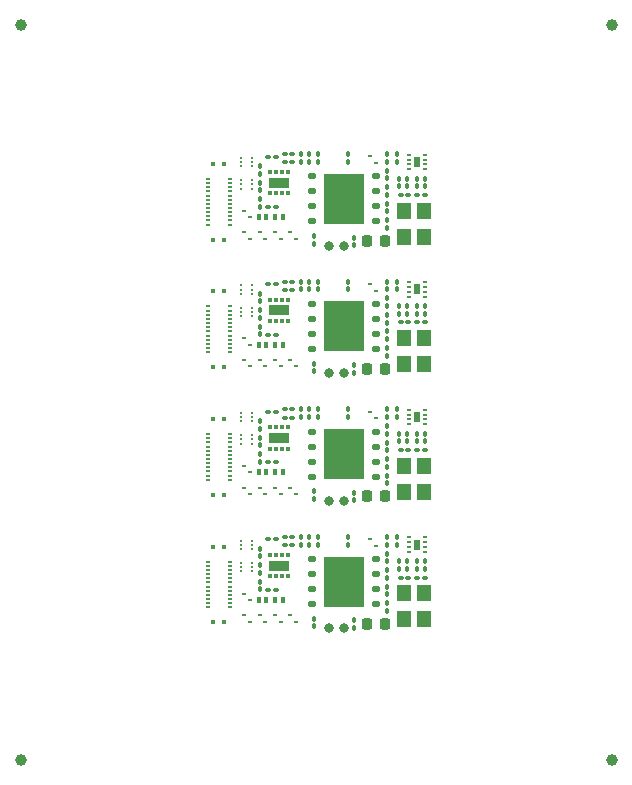
<source format=gbs>
G04 #@! TF.GenerationSoftware,KiCad,Pcbnew,9.0.0*
G04 #@! TF.CreationDate,2025-02-23T10:52:31-05:00*
G04 #@! TF.ProjectId,rp2350-decoder,72703233-3530-42d6-9465-636f6465722e,v0.0.2*
G04 #@! TF.SameCoordinates,Original*
G04 #@! TF.FileFunction,Soldermask,Bot*
G04 #@! TF.FilePolarity,Negative*
%FSLAX46Y46*%
G04 Gerber Fmt 4.6, Leading zero omitted, Abs format (unit mm)*
G04 Created by KiCad (PCBNEW 9.0.0) date 2025-02-23 10:52:31*
%MOMM*%
%LPD*%
G01*
G04 APERTURE LIST*
G04 Aperture macros list*
%AMRoundRect*
0 Rectangle with rounded corners*
0 $1 Rounding radius*
0 $2 $3 $4 $5 $6 $7 $8 $9 X,Y pos of 4 corners*
0 Add a 4 corners polygon primitive as box body*
4,1,4,$2,$3,$4,$5,$6,$7,$8,$9,$2,$3,0*
0 Add four circle primitives for the rounded corners*
1,1,$1+$1,$2,$3*
1,1,$1+$1,$4,$5*
1,1,$1+$1,$6,$7*
1,1,$1+$1,$8,$9*
0 Add four rect primitives between the rounded corners*
20,1,$1+$1,$2,$3,$4,$5,0*
20,1,$1+$1,$4,$5,$6,$7,0*
20,1,$1+$1,$6,$7,$8,$9,0*
20,1,$1+$1,$8,$9,$2,$3,0*%
G04 Aperture macros list end*
%ADD10R,0.280000X0.100000*%
%ADD11R,0.350000X0.150000*%
%ADD12R,0.400000X0.200000*%
%ADD13R,0.500000X0.900000*%
%ADD14RoundRect,0.100000X0.100000X-0.130000X0.100000X0.130000X-0.100000X0.130000X-0.100000X-0.130000X0*%
%ADD15RoundRect,0.100000X-0.100000X0.130000X-0.100000X-0.130000X0.100000X-0.130000X0.100000X0.130000X0*%
%ADD16RoundRect,0.050000X0.050000X0.050000X-0.050000X0.050000X-0.050000X-0.050000X0.050000X-0.050000X0*%
%ADD17RoundRect,0.100000X0.130000X0.100000X-0.130000X0.100000X-0.130000X-0.100000X0.130000X-0.100000X0*%
%ADD18R,1.200000X1.400000*%
%ADD19RoundRect,0.125000X0.250000X0.125000X-0.250000X0.125000X-0.250000X-0.125000X0.250000X-0.125000X0*%
%ADD20R,3.400000X4.300000*%
%ADD21R,0.350000X0.600000*%
%ADD22RoundRect,0.100000X-0.130000X-0.100000X0.130000X-0.100000X0.130000X0.100000X-0.130000X0.100000X0*%
%ADD23R,0.400000X0.180000*%
%ADD24R,0.380000X0.400000*%
%ADD25C,0.800000*%
%ADD26C,1.000000*%
%ADD27RoundRect,0.225000X0.225000X0.250000X-0.225000X0.250000X-0.225000X-0.250000X0.225000X-0.250000X0*%
%ADD28R,0.300000X0.450000*%
%ADD29R,1.700000X0.900000*%
G04 APERTURE END LIST*
D10*
G04 #@! TO.C,Q6*
X29410000Y-21380000D03*
X29410000Y-21680000D03*
D11*
X29380000Y-22000000D03*
D10*
X28870000Y-22080000D03*
X28870000Y-21780000D03*
D11*
X28900000Y-21450000D03*
G04 #@! TD*
D12*
G04 #@! TO.C,U1*
X44250000Y-36475000D03*
X44250000Y-36875000D03*
X44250000Y-37275000D03*
X44250000Y-37675000D03*
X42850000Y-37675000D03*
X42850000Y-37275000D03*
X42850000Y-36875000D03*
X42850000Y-36475000D03*
D13*
X43550000Y-37075000D03*
G04 #@! TD*
D14*
G04 #@! TO.C,C11*
X41009891Y-29077149D03*
X41009891Y-28437149D03*
G04 #@! TD*
D15*
G04 #@! TO.C,R4*
X42700000Y-38500000D03*
X42700000Y-39140000D03*
G04 #@! TD*
D10*
G04 #@! TO.C,Q2*
X29420000Y-19550000D03*
X29420000Y-19850000D03*
D11*
X29390000Y-20170000D03*
D10*
X28880000Y-20250000D03*
X28880000Y-19950000D03*
D11*
X28910000Y-19620000D03*
G04 #@! TD*
D16*
G04 #@! TO.C,Q3*
X29540000Y-17030000D03*
X29540000Y-17380000D03*
X29540000Y-17730000D03*
X28640000Y-17730000D03*
X28640000Y-17380000D03*
X28640000Y-17030000D03*
G04 #@! TD*
D15*
G04 #@! TO.C,R18*
X30240000Y-28040000D03*
X30240000Y-28680000D03*
G04 #@! TD*
D14*
G04 #@! TO.C,C15*
X35110000Y-15480000D03*
X35110000Y-14840000D03*
G04 #@! TD*
G04 #@! TO.C,R15*
X41010000Y-15480000D03*
X41010000Y-14840000D03*
G04 #@! TD*
D15*
G04 #@! TO.C,R1*
X43500000Y-38500000D03*
X43500000Y-39140000D03*
G04 #@! TD*
D16*
G04 #@! TO.C,Q3*
X29540000Y-27830000D03*
X29540000Y-28180000D03*
X29540000Y-28530000D03*
X28640000Y-28530000D03*
X28640000Y-28180000D03*
X28640000Y-27830000D03*
G04 #@! TD*
D17*
G04 #@! TO.C,R17*
X31590000Y-30110000D03*
X30950000Y-30110000D03*
G04 #@! TD*
D18*
G04 #@! TO.C,Y1*
X42440000Y-32600000D03*
X42440000Y-30400000D03*
X44140000Y-30400000D03*
X44140000Y-32600000D03*
G04 #@! TD*
D17*
G04 #@! TO.C,R5*
X42810000Y-50670000D03*
X42170000Y-50670000D03*
G04 #@! TD*
D14*
G04 #@! TO.C,C3*
X34410000Y-37080000D03*
X34410000Y-36440000D03*
G04 #@! TD*
D10*
G04 #@! TO.C,Q1*
X40089896Y-14950000D03*
X40089896Y-15250000D03*
D11*
X40059896Y-15570000D03*
D10*
X39549896Y-15650000D03*
X39549896Y-15350000D03*
D11*
X39579896Y-15020000D03*
G04 #@! TD*
D14*
G04 #@! TO.C,C6*
X41010000Y-30470000D03*
X41010000Y-29830000D03*
G04 #@! TD*
D15*
G04 #@! TO.C,R18*
X30240000Y-38840000D03*
X30240000Y-39480000D03*
G04 #@! TD*
D14*
G04 #@! TO.C,C6*
X41010000Y-41270000D03*
X41010000Y-40630000D03*
G04 #@! TD*
D16*
G04 #@! TO.C,Q4*
X29520000Y-47540000D03*
X29520000Y-47890000D03*
X29520000Y-48240000D03*
X28620000Y-48240000D03*
X28620000Y-47890000D03*
X28620000Y-47540000D03*
G04 #@! TD*
D19*
G04 #@! TO.C,U3*
X40030000Y-49105000D03*
X40030000Y-50375000D03*
X40030000Y-51645000D03*
X40030000Y-52915000D03*
X34630000Y-52915000D03*
X34630000Y-51645000D03*
X34630000Y-50375000D03*
X34630000Y-49105000D03*
D20*
X37330000Y-51010000D03*
G04 #@! TD*
D19*
G04 #@! TO.C,U3*
X40030000Y-16705000D03*
X40030000Y-17975000D03*
X40030000Y-19245000D03*
X40030000Y-20515000D03*
X34630000Y-20515000D03*
X34630000Y-19245000D03*
X34630000Y-17975000D03*
X34630000Y-16705000D03*
D20*
X37330000Y-18610000D03*
G04 #@! TD*
D10*
G04 #@! TO.C,Q1*
X40089896Y-36550000D03*
X40089896Y-36850000D03*
D11*
X40059896Y-37170000D03*
D10*
X39549896Y-37250000D03*
X39549896Y-36950000D03*
D11*
X39579896Y-36620000D03*
G04 #@! TD*
D10*
G04 #@! TO.C,Q1*
X40089896Y-47350000D03*
X40089896Y-47650000D03*
D11*
X40059896Y-47970000D03*
D10*
X39549896Y-48050000D03*
X39549896Y-47750000D03*
D11*
X39579896Y-47420000D03*
G04 #@! TD*
D21*
G04 #@! TO.C,D5*
X31525000Y-20170000D03*
X32175000Y-20170000D03*
G04 #@! TD*
D15*
G04 #@! TO.C,R6*
X41010000Y-16240000D03*
X41010000Y-16880000D03*
G04 #@! TD*
D22*
G04 #@! TO.C,R12*
X30940000Y-25840000D03*
X31580000Y-25840000D03*
G04 #@! TD*
D17*
G04 #@! TO.C,R17*
X31590000Y-51710000D03*
X30950000Y-51710000D03*
G04 #@! TD*
D15*
G04 #@! TO.C,R19*
X30240000Y-37440000D03*
X30240000Y-38080000D03*
G04 #@! TD*
D23*
G04 #@! TO.C,J3*
X27700000Y-38520000D03*
X27700000Y-38870000D03*
X27700000Y-39230000D03*
X27700000Y-39580000D03*
X27700000Y-39930000D03*
X27700000Y-40280000D03*
X27700000Y-40630000D03*
X27700000Y-40980000D03*
X27700000Y-41330000D03*
X27700000Y-41680000D03*
X27700000Y-42030000D03*
X27700000Y-42380000D03*
X25800000Y-42380000D03*
X25800000Y-42030000D03*
X25800000Y-41680000D03*
X25800000Y-41330000D03*
X25800000Y-40980000D03*
X25800000Y-40630000D03*
X25800000Y-40280000D03*
X25800000Y-39930000D03*
X25800000Y-39580000D03*
X25800000Y-39230000D03*
X25800000Y-38870000D03*
X25800000Y-38520000D03*
D24*
X27230000Y-37250000D03*
X26270000Y-37250000D03*
X27230000Y-43660000D03*
X26270000Y-43660000D03*
G04 #@! TD*
D15*
G04 #@! TO.C,C5*
X41010000Y-52830000D03*
X41010000Y-53470000D03*
G04 #@! TD*
G04 #@! TO.C,R19*
X30240000Y-26640000D03*
X30240000Y-27280000D03*
G04 #@! TD*
D14*
G04 #@! TO.C,C6*
X41010000Y-19670000D03*
X41010000Y-19030000D03*
G04 #@! TD*
G04 #@! TO.C,C12*
X37650000Y-15480000D03*
X37650000Y-14840000D03*
G04 #@! TD*
G04 #@! TO.C,R16*
X30220000Y-40880000D03*
X30220000Y-40240000D03*
G04 #@! TD*
D15*
G04 #@! TO.C,R1*
X43500000Y-27700000D03*
X43500000Y-28340000D03*
G04 #@! TD*
D25*
G04 #@! TO.C,J2*
X37330000Y-44180000D03*
G04 #@! TD*
D16*
G04 #@! TO.C,Q4*
X29520000Y-15140000D03*
X29520000Y-15490000D03*
X29520000Y-15840000D03*
X28620000Y-15840000D03*
X28620000Y-15490000D03*
X28620000Y-15140000D03*
G04 #@! TD*
G04 #@! TO.C,Q4*
X29520000Y-25940000D03*
X29520000Y-26290000D03*
X29520000Y-26640000D03*
X28620000Y-26640000D03*
X28620000Y-26290000D03*
X28620000Y-25940000D03*
G04 #@! TD*
D26*
G04 #@! TO.C,KiKit_FID_B_1*
X10000000Y-3850000D03*
G04 #@! TD*
D15*
G04 #@! TO.C,R19*
X30240000Y-48240000D03*
X30240000Y-48880000D03*
G04 #@! TD*
D10*
G04 #@! TO.C,Q6*
X29410000Y-53780000D03*
X29410000Y-54080000D03*
D11*
X29380000Y-54400000D03*
D10*
X28870000Y-54480000D03*
X28870000Y-54180000D03*
D11*
X28900000Y-53850000D03*
G04 #@! TD*
D14*
G04 #@! TO.C,C12*
X37650000Y-47880000D03*
X37650000Y-47240000D03*
G04 #@! TD*
D21*
G04 #@! TO.C,D6*
X30775000Y-30970000D03*
X30125000Y-30970000D03*
G04 #@! TD*
D27*
G04 #@! TO.C,C2*
X40825000Y-22200000D03*
X39275000Y-22200000D03*
G04 #@! TD*
D16*
G04 #@! TO.C,Q3*
X29540000Y-38630000D03*
X29540000Y-38980000D03*
X29540000Y-39330000D03*
X28640000Y-39330000D03*
X28640000Y-38980000D03*
X28640000Y-38630000D03*
G04 #@! TD*
D27*
G04 #@! TO.C,C2*
X40825000Y-54600000D03*
X39275000Y-54600000D03*
G04 #@! TD*
D10*
G04 #@! TO.C,Q7*
X32010000Y-21380000D03*
X32010000Y-21680000D03*
D11*
X31980000Y-22000000D03*
D10*
X31470000Y-22080000D03*
X31470000Y-21780000D03*
D11*
X31500000Y-21450000D03*
G04 #@! TD*
D15*
G04 #@! TO.C,R8*
X33710000Y-14840000D03*
X33710000Y-15480000D03*
G04 #@! TD*
D10*
G04 #@! TO.C,Q2*
X29420000Y-51950000D03*
X29420000Y-52250000D03*
D11*
X29390000Y-52570000D03*
D10*
X28880000Y-52650000D03*
X28880000Y-52350000D03*
D11*
X28910000Y-52020000D03*
G04 #@! TD*
D15*
G04 #@! TO.C,C1*
X41830000Y-36440000D03*
X41830000Y-37080000D03*
G04 #@! TD*
D12*
G04 #@! TO.C,U1*
X44250000Y-25675000D03*
X44250000Y-26075000D03*
X44250000Y-26475000D03*
X44250000Y-26875000D03*
X42850000Y-26875000D03*
X42850000Y-26475000D03*
X42850000Y-26075000D03*
X42850000Y-25675000D03*
D13*
X43550000Y-26275000D03*
G04 #@! TD*
D14*
G04 #@! TO.C,R16*
X30220000Y-30080000D03*
X30220000Y-29440000D03*
G04 #@! TD*
D15*
G04 #@! TO.C,C16*
X38220000Y-21880000D03*
X38220000Y-22520000D03*
G04 #@! TD*
D25*
G04 #@! TO.C,J1*
X36050000Y-22580000D03*
G04 #@! TD*
D19*
G04 #@! TO.C,U3*
X40030000Y-38305000D03*
X40030000Y-39575000D03*
X40030000Y-40845000D03*
X40030000Y-42115000D03*
X34630000Y-42115000D03*
X34630000Y-40845000D03*
X34630000Y-39575000D03*
X34630000Y-38305000D03*
D20*
X37330000Y-40210000D03*
G04 #@! TD*
D26*
G04 #@! TO.C,KiKit_FID_B_2*
X60000000Y-3850000D03*
G04 #@! TD*
D15*
G04 #@! TO.C,C16*
X38220000Y-32680000D03*
X38220000Y-33320000D03*
G04 #@! TD*
G04 #@! TO.C,R2*
X44230000Y-38500000D03*
X44230000Y-39140000D03*
G04 #@! TD*
D21*
G04 #@! TO.C,D5*
X31525000Y-41770000D03*
X32175000Y-41770000D03*
G04 #@! TD*
D14*
G04 #@! TO.C,C15*
X35110000Y-47880000D03*
X35110000Y-47240000D03*
G04 #@! TD*
D10*
G04 #@! TO.C,Q8*
X33310000Y-32180000D03*
X33310000Y-32480000D03*
D11*
X33280000Y-32800000D03*
D10*
X32770000Y-32880000D03*
X32770000Y-32580000D03*
D11*
X32800000Y-32250000D03*
G04 #@! TD*
D15*
G04 #@! TO.C,R19*
X30240000Y-15840000D03*
X30240000Y-16480000D03*
G04 #@! TD*
G04 #@! TO.C,C5*
X41010000Y-20430000D03*
X41010000Y-21070000D03*
G04 #@! TD*
D10*
G04 #@! TO.C,Q5*
X30710000Y-21380000D03*
X30710000Y-21680000D03*
D11*
X30680000Y-22000000D03*
D10*
X30170000Y-22080000D03*
X30170000Y-21780000D03*
D11*
X30200000Y-21450000D03*
G04 #@! TD*
D10*
G04 #@! TO.C,Q2*
X29420000Y-30350000D03*
X29420000Y-30650000D03*
D11*
X29390000Y-30970000D03*
D10*
X28880000Y-31050000D03*
X28880000Y-30750000D03*
D11*
X28910000Y-30420000D03*
G04 #@! TD*
D15*
G04 #@! TO.C,R8*
X33710000Y-36440000D03*
X33710000Y-37080000D03*
G04 #@! TD*
D17*
G04 #@! TO.C,R17*
X31590000Y-40910000D03*
X30950000Y-40910000D03*
G04 #@! TD*
D10*
G04 #@! TO.C,Q5*
X30710000Y-32180000D03*
X30710000Y-32480000D03*
D11*
X30680000Y-32800000D03*
D10*
X30170000Y-32880000D03*
X30170000Y-32580000D03*
D11*
X30200000Y-32250000D03*
G04 #@! TD*
D17*
G04 #@! TO.C,C4*
X44210000Y-50670000D03*
X43570000Y-50670000D03*
G04 #@! TD*
D26*
G04 #@! TO.C,KiKit_FID_B_3*
X10000000Y-66150000D03*
G04 #@! TD*
D14*
G04 #@! TO.C,C13*
X34780000Y-22390000D03*
X34780000Y-21750000D03*
G04 #@! TD*
G04 #@! TO.C,C3*
X34410000Y-26280000D03*
X34410000Y-25640000D03*
G04 #@! TD*
D17*
G04 #@! TO.C,R7*
X32980000Y-36420000D03*
X32340000Y-36420000D03*
G04 #@! TD*
D15*
G04 #@! TO.C,C1*
X41830000Y-47240000D03*
X41830000Y-47880000D03*
G04 #@! TD*
G04 #@! TO.C,R18*
X30240000Y-17240000D03*
X30240000Y-17880000D03*
G04 #@! TD*
D28*
G04 #@! TO.C,U6*
X32590000Y-50550000D03*
X32090000Y-50550000D03*
X31590000Y-50550000D03*
X31090000Y-50550000D03*
X31090000Y-48750000D03*
X31590000Y-48750000D03*
X32090000Y-48750000D03*
X32590000Y-48750000D03*
D29*
X31840000Y-49650000D03*
G04 #@! TD*
D17*
G04 #@! TO.C,C4*
X44210000Y-18270000D03*
X43570000Y-18270000D03*
G04 #@! TD*
D14*
G04 #@! TO.C,C13*
X34780000Y-33190000D03*
X34780000Y-32550000D03*
G04 #@! TD*
D25*
G04 #@! TO.C,J1*
X36050000Y-54980000D03*
G04 #@! TD*
D22*
G04 #@! TO.C,R12*
X30940000Y-47440000D03*
X31580000Y-47440000D03*
G04 #@! TD*
D16*
G04 #@! TO.C,Q4*
X29520000Y-36740000D03*
X29520000Y-37090000D03*
X29520000Y-37440000D03*
X28620000Y-37440000D03*
X28620000Y-37090000D03*
X28620000Y-36740000D03*
G04 #@! TD*
D17*
G04 #@! TO.C,R5*
X42810000Y-18270000D03*
X42170000Y-18270000D03*
G04 #@! TD*
D27*
G04 #@! TO.C,C2*
X40825000Y-43800000D03*
X39275000Y-43800000D03*
G04 #@! TD*
D17*
G04 #@! TO.C,C4*
X44210000Y-29070000D03*
X43570000Y-29070000D03*
G04 #@! TD*
D14*
G04 #@! TO.C,C13*
X34780000Y-43990000D03*
X34780000Y-43350000D03*
G04 #@! TD*
D17*
G04 #@! TO.C,R5*
X42810000Y-29070000D03*
X42170000Y-29070000D03*
G04 #@! TD*
D21*
G04 #@! TO.C,D5*
X31525000Y-52570000D03*
X32175000Y-52570000D03*
G04 #@! TD*
D15*
G04 #@! TO.C,R1*
X43500000Y-49300000D03*
X43500000Y-49940000D03*
G04 #@! TD*
D21*
G04 #@! TO.C,D6*
X30775000Y-20170000D03*
X30125000Y-20170000D03*
G04 #@! TD*
D25*
G04 #@! TO.C,J2*
X37330000Y-54980000D03*
G04 #@! TD*
D18*
G04 #@! TO.C,Y1*
X42440000Y-43400000D03*
X42440000Y-41200000D03*
X44140000Y-41200000D03*
X44140000Y-43400000D03*
G04 #@! TD*
D12*
G04 #@! TO.C,U1*
X44250000Y-47275000D03*
X44250000Y-47675000D03*
X44250000Y-48075000D03*
X44250000Y-48475000D03*
X42850000Y-48475000D03*
X42850000Y-48075000D03*
X42850000Y-47675000D03*
X42850000Y-47275000D03*
D13*
X43550000Y-47875000D03*
G04 #@! TD*
D15*
G04 #@! TO.C,R3*
X41980000Y-49300000D03*
X41980000Y-49940000D03*
G04 #@! TD*
D10*
G04 #@! TO.C,Q8*
X33310000Y-21380000D03*
X33310000Y-21680000D03*
D11*
X33280000Y-22000000D03*
D10*
X32770000Y-22080000D03*
X32770000Y-21780000D03*
D11*
X32800000Y-21450000D03*
G04 #@! TD*
D15*
G04 #@! TO.C,C16*
X38220000Y-43480000D03*
X38220000Y-44120000D03*
G04 #@! TD*
D28*
G04 #@! TO.C,U6*
X32590000Y-39750000D03*
X32090000Y-39750000D03*
X31590000Y-39750000D03*
X31090000Y-39750000D03*
X31090000Y-37950000D03*
X31590000Y-37950000D03*
X32090000Y-37950000D03*
X32590000Y-37950000D03*
D29*
X31840000Y-38850000D03*
G04 #@! TD*
D15*
G04 #@! TO.C,R18*
X30240000Y-49640000D03*
X30240000Y-50280000D03*
G04 #@! TD*
D28*
G04 #@! TO.C,U6*
X32590000Y-18150000D03*
X32090000Y-18150000D03*
X31590000Y-18150000D03*
X31090000Y-18150000D03*
X31090000Y-16350000D03*
X31590000Y-16350000D03*
X32090000Y-16350000D03*
X32590000Y-16350000D03*
D29*
X31840000Y-17250000D03*
G04 #@! TD*
D10*
G04 #@! TO.C,Q7*
X32010000Y-32180000D03*
X32010000Y-32480000D03*
D11*
X31980000Y-32800000D03*
D10*
X31470000Y-32880000D03*
X31470000Y-32580000D03*
D11*
X31500000Y-32250000D03*
G04 #@! TD*
D26*
G04 #@! TO.C,KiKit_FID_B_4*
X60000000Y-66150000D03*
G04 #@! TD*
D10*
G04 #@! TO.C,Q1*
X40089896Y-25750000D03*
X40089896Y-26050000D03*
D11*
X40059896Y-26370000D03*
D10*
X39549896Y-26450000D03*
X39549896Y-26150000D03*
D11*
X39579896Y-25820000D03*
G04 #@! TD*
D10*
G04 #@! TO.C,Q6*
X29410000Y-32180000D03*
X29410000Y-32480000D03*
D11*
X29380000Y-32800000D03*
D10*
X28870000Y-32880000D03*
X28870000Y-32580000D03*
D11*
X28900000Y-32250000D03*
G04 #@! TD*
D22*
G04 #@! TO.C,R12*
X30940000Y-36640000D03*
X31580000Y-36640000D03*
G04 #@! TD*
D14*
G04 #@! TO.C,C3*
X34410000Y-15480000D03*
X34410000Y-14840000D03*
G04 #@! TD*
G04 #@! TO.C,C11*
X41009891Y-18277149D03*
X41009891Y-17637149D03*
G04 #@! TD*
D15*
G04 #@! TO.C,R3*
X41980000Y-16900000D03*
X41980000Y-17540000D03*
G04 #@! TD*
D25*
G04 #@! TO.C,J2*
X37330000Y-33380000D03*
G04 #@! TD*
D14*
G04 #@! TO.C,R15*
X41010000Y-26280000D03*
X41010000Y-25640000D03*
G04 #@! TD*
D19*
G04 #@! TO.C,U3*
X40030000Y-27505000D03*
X40030000Y-28775000D03*
X40030000Y-30045000D03*
X40030000Y-31315000D03*
X34630000Y-31315000D03*
X34630000Y-30045000D03*
X34630000Y-28775000D03*
X34630000Y-27505000D03*
D20*
X37330000Y-29410000D03*
G04 #@! TD*
D17*
G04 #@! TO.C,R17*
X31590000Y-19310000D03*
X30950000Y-19310000D03*
G04 #@! TD*
D23*
G04 #@! TO.C,J3*
X27700000Y-49320000D03*
X27700000Y-49670000D03*
X27700000Y-50030000D03*
X27700000Y-50380000D03*
X27700000Y-50730000D03*
X27700000Y-51080000D03*
X27700000Y-51430000D03*
X27700000Y-51780000D03*
X27700000Y-52130000D03*
X27700000Y-52480000D03*
X27700000Y-52830000D03*
X27700000Y-53180000D03*
X25800000Y-53180000D03*
X25800000Y-52830000D03*
X25800000Y-52480000D03*
X25800000Y-52130000D03*
X25800000Y-51780000D03*
X25800000Y-51430000D03*
X25800000Y-51080000D03*
X25800000Y-50730000D03*
X25800000Y-50380000D03*
X25800000Y-50030000D03*
X25800000Y-49670000D03*
X25800000Y-49320000D03*
D24*
X27230000Y-48050000D03*
X26270000Y-48050000D03*
X27230000Y-54460000D03*
X26270000Y-54460000D03*
G04 #@! TD*
D15*
G04 #@! TO.C,C5*
X41010000Y-31230000D03*
X41010000Y-31870000D03*
G04 #@! TD*
D14*
G04 #@! TO.C,C15*
X35110000Y-37080000D03*
X35110000Y-36440000D03*
G04 #@! TD*
D10*
G04 #@! TO.C,Q8*
X33310000Y-42980000D03*
X33310000Y-43280000D03*
D11*
X33280000Y-43600000D03*
D10*
X32770000Y-43680000D03*
X32770000Y-43380000D03*
D11*
X32800000Y-43050000D03*
G04 #@! TD*
D17*
G04 #@! TO.C,R7*
X32980000Y-47220000D03*
X32340000Y-47220000D03*
G04 #@! TD*
G04 #@! TO.C,R7*
X32980000Y-14820000D03*
X32340000Y-14820000D03*
G04 #@! TD*
D23*
G04 #@! TO.C,J3*
X27700000Y-27720000D03*
X27700000Y-28070000D03*
X27700000Y-28430000D03*
X27700000Y-28780000D03*
X27700000Y-29130000D03*
X27700000Y-29480000D03*
X27700000Y-29830000D03*
X27700000Y-30180000D03*
X27700000Y-30530000D03*
X27700000Y-30880000D03*
X27700000Y-31230000D03*
X27700000Y-31580000D03*
X25800000Y-31580000D03*
X25800000Y-31230000D03*
X25800000Y-30880000D03*
X25800000Y-30530000D03*
X25800000Y-30180000D03*
X25800000Y-29830000D03*
X25800000Y-29480000D03*
X25800000Y-29130000D03*
X25800000Y-28780000D03*
X25800000Y-28430000D03*
X25800000Y-28070000D03*
X25800000Y-27720000D03*
D24*
X27230000Y-26450000D03*
X26270000Y-26450000D03*
X27230000Y-32860000D03*
X26270000Y-32860000D03*
G04 #@! TD*
D10*
G04 #@! TO.C,Q5*
X30710000Y-53780000D03*
X30710000Y-54080000D03*
D11*
X30680000Y-54400000D03*
D10*
X30170000Y-54480000D03*
X30170000Y-54180000D03*
D11*
X30200000Y-53850000D03*
G04 #@! TD*
D15*
G04 #@! TO.C,R3*
X41980000Y-38500000D03*
X41980000Y-39140000D03*
G04 #@! TD*
D14*
G04 #@! TO.C,R16*
X30220000Y-51680000D03*
X30220000Y-51040000D03*
G04 #@! TD*
G04 #@! TO.C,C11*
X41009891Y-50677149D03*
X41009891Y-50037149D03*
G04 #@! TD*
D16*
G04 #@! TO.C,Q3*
X29540000Y-49430000D03*
X29540000Y-49780000D03*
X29540000Y-50130000D03*
X28640000Y-50130000D03*
X28640000Y-49780000D03*
X28640000Y-49430000D03*
G04 #@! TD*
D21*
G04 #@! TO.C,D6*
X30775000Y-52570000D03*
X30125000Y-52570000D03*
G04 #@! TD*
D15*
G04 #@! TO.C,R4*
X42700000Y-27700000D03*
X42700000Y-28340000D03*
G04 #@! TD*
D10*
G04 #@! TO.C,Q8*
X33310000Y-53780000D03*
X33310000Y-54080000D03*
D11*
X33280000Y-54400000D03*
D10*
X32770000Y-54480000D03*
X32770000Y-54180000D03*
D11*
X32800000Y-53850000D03*
G04 #@! TD*
D10*
G04 #@! TO.C,Q6*
X29410000Y-42980000D03*
X29410000Y-43280000D03*
D11*
X29380000Y-43600000D03*
D10*
X28870000Y-43680000D03*
X28870000Y-43380000D03*
D11*
X28900000Y-43050000D03*
G04 #@! TD*
D15*
G04 #@! TO.C,R3*
X41980000Y-27700000D03*
X41980000Y-28340000D03*
G04 #@! TD*
D28*
G04 #@! TO.C,U6*
X32590000Y-28950000D03*
X32090000Y-28950000D03*
X31590000Y-28950000D03*
X31090000Y-28950000D03*
X31090000Y-27150000D03*
X31590000Y-27150000D03*
X32090000Y-27150000D03*
X32590000Y-27150000D03*
D29*
X31840000Y-28050000D03*
G04 #@! TD*
D15*
G04 #@! TO.C,C1*
X41830000Y-25640000D03*
X41830000Y-26280000D03*
G04 #@! TD*
G04 #@! TO.C,R4*
X42700000Y-49300000D03*
X42700000Y-49940000D03*
G04 #@! TD*
G04 #@! TO.C,R2*
X44230000Y-27700000D03*
X44230000Y-28340000D03*
G04 #@! TD*
D17*
G04 #@! TO.C,R7*
X32980000Y-25620000D03*
X32340000Y-25620000D03*
G04 #@! TD*
D15*
G04 #@! TO.C,R6*
X41010000Y-37840000D03*
X41010000Y-38480000D03*
G04 #@! TD*
D17*
G04 #@! TO.C,C20*
X32980000Y-47920000D03*
X32340000Y-47920000D03*
G04 #@! TD*
D14*
G04 #@! TO.C,C12*
X37650000Y-37080000D03*
X37650000Y-36440000D03*
G04 #@! TD*
D15*
G04 #@! TO.C,C1*
X41830000Y-14840000D03*
X41830000Y-15480000D03*
G04 #@! TD*
D21*
G04 #@! TO.C,D6*
X30775000Y-41770000D03*
X30125000Y-41770000D03*
G04 #@! TD*
G04 #@! TO.C,D5*
X31525000Y-30970000D03*
X32175000Y-30970000D03*
G04 #@! TD*
D15*
G04 #@! TO.C,R2*
X44230000Y-49300000D03*
X44230000Y-49940000D03*
G04 #@! TD*
D23*
G04 #@! TO.C,J3*
X27700000Y-16920000D03*
X27700000Y-17270000D03*
X27700000Y-17630000D03*
X27700000Y-17980000D03*
X27700000Y-18330000D03*
X27700000Y-18680000D03*
X27700000Y-19030000D03*
X27700000Y-19380000D03*
X27700000Y-19730000D03*
X27700000Y-20080000D03*
X27700000Y-20430000D03*
X27700000Y-20780000D03*
X25800000Y-20780000D03*
X25800000Y-20430000D03*
X25800000Y-20080000D03*
X25800000Y-19730000D03*
X25800000Y-19380000D03*
X25800000Y-19030000D03*
X25800000Y-18680000D03*
X25800000Y-18330000D03*
X25800000Y-17980000D03*
X25800000Y-17630000D03*
X25800000Y-17270000D03*
X25800000Y-16920000D03*
D24*
X27230000Y-15650000D03*
X26270000Y-15650000D03*
X27230000Y-22060000D03*
X26270000Y-22060000D03*
G04 #@! TD*
D25*
G04 #@! TO.C,J1*
X36050000Y-33380000D03*
G04 #@! TD*
D15*
G04 #@! TO.C,R4*
X42700000Y-16900000D03*
X42700000Y-17540000D03*
G04 #@! TD*
D17*
G04 #@! TO.C,C20*
X32980000Y-37120000D03*
X32340000Y-37120000D03*
G04 #@! TD*
D14*
G04 #@! TO.C,R16*
X30220000Y-19280000D03*
X30220000Y-18640000D03*
G04 #@! TD*
D17*
G04 #@! TO.C,R5*
X42810000Y-39870000D03*
X42170000Y-39870000D03*
G04 #@! TD*
D27*
G04 #@! TO.C,C2*
X40825000Y-33000000D03*
X39275000Y-33000000D03*
G04 #@! TD*
D14*
G04 #@! TO.C,C12*
X37650000Y-26280000D03*
X37650000Y-25640000D03*
G04 #@! TD*
D12*
G04 #@! TO.C,U1*
X44250000Y-14875000D03*
X44250000Y-15275000D03*
X44250000Y-15675000D03*
X44250000Y-16075000D03*
X42850000Y-16075000D03*
X42850000Y-15675000D03*
X42850000Y-15275000D03*
X42850000Y-14875000D03*
D13*
X43550000Y-15475000D03*
G04 #@! TD*
D15*
G04 #@! TO.C,R2*
X44230000Y-16900000D03*
X44230000Y-17540000D03*
G04 #@! TD*
D22*
G04 #@! TO.C,R12*
X30940000Y-15040000D03*
X31580000Y-15040000D03*
G04 #@! TD*
D15*
G04 #@! TO.C,R1*
X43500000Y-16900000D03*
X43500000Y-17540000D03*
G04 #@! TD*
D17*
G04 #@! TO.C,C20*
X32980000Y-15520000D03*
X32340000Y-15520000D03*
G04 #@! TD*
D25*
G04 #@! TO.C,J1*
X36050000Y-44180000D03*
G04 #@! TD*
D15*
G04 #@! TO.C,C16*
X38220000Y-54280000D03*
X38220000Y-54920000D03*
G04 #@! TD*
D18*
G04 #@! TO.C,Y1*
X42440000Y-21800000D03*
X42440000Y-19600000D03*
X44140000Y-19600000D03*
X44140000Y-21800000D03*
G04 #@! TD*
D10*
G04 #@! TO.C,Q2*
X29420000Y-41150000D03*
X29420000Y-41450000D03*
D11*
X29390000Y-41770000D03*
D10*
X28880000Y-41850000D03*
X28880000Y-41550000D03*
D11*
X28910000Y-41220000D03*
G04 #@! TD*
D14*
G04 #@! TO.C,R15*
X41010000Y-47880000D03*
X41010000Y-47240000D03*
G04 #@! TD*
G04 #@! TO.C,R15*
X41010000Y-37080000D03*
X41010000Y-36440000D03*
G04 #@! TD*
G04 #@! TO.C,C13*
X34780000Y-54790000D03*
X34780000Y-54150000D03*
G04 #@! TD*
G04 #@! TO.C,C15*
X35110000Y-26280000D03*
X35110000Y-25640000D03*
G04 #@! TD*
D25*
G04 #@! TO.C,J2*
X37330000Y-22580000D03*
G04 #@! TD*
D10*
G04 #@! TO.C,Q7*
X32010000Y-42980000D03*
X32010000Y-43280000D03*
D11*
X31980000Y-43600000D03*
D10*
X31470000Y-43680000D03*
X31470000Y-43380000D03*
D11*
X31500000Y-43050000D03*
G04 #@! TD*
D15*
G04 #@! TO.C,R8*
X33710000Y-25640000D03*
X33710000Y-26280000D03*
G04 #@! TD*
D17*
G04 #@! TO.C,C4*
X44210000Y-39870000D03*
X43570000Y-39870000D03*
G04 #@! TD*
D14*
G04 #@! TO.C,C3*
X34410000Y-47880000D03*
X34410000Y-47240000D03*
G04 #@! TD*
D10*
G04 #@! TO.C,Q5*
X30710000Y-42980000D03*
X30710000Y-43280000D03*
D11*
X30680000Y-43600000D03*
D10*
X30170000Y-43680000D03*
X30170000Y-43380000D03*
D11*
X30200000Y-43050000D03*
G04 #@! TD*
D10*
G04 #@! TO.C,Q7*
X32010000Y-53780000D03*
X32010000Y-54080000D03*
D11*
X31980000Y-54400000D03*
D10*
X31470000Y-54480000D03*
X31470000Y-54180000D03*
D11*
X31500000Y-53850000D03*
G04 #@! TD*
D15*
G04 #@! TO.C,R8*
X33710000Y-47240000D03*
X33710000Y-47880000D03*
G04 #@! TD*
G04 #@! TO.C,R6*
X41010000Y-48640000D03*
X41010000Y-49280000D03*
G04 #@! TD*
G04 #@! TO.C,C5*
X41010000Y-42030000D03*
X41010000Y-42670000D03*
G04 #@! TD*
D18*
G04 #@! TO.C,Y1*
X42440000Y-54200000D03*
X42440000Y-52000000D03*
X44140000Y-52000000D03*
X44140000Y-54200000D03*
G04 #@! TD*
D14*
G04 #@! TO.C,C11*
X41009891Y-39877149D03*
X41009891Y-39237149D03*
G04 #@! TD*
G04 #@! TO.C,C6*
X41010000Y-52070000D03*
X41010000Y-51430000D03*
G04 #@! TD*
D17*
G04 #@! TO.C,C20*
X32980000Y-26320000D03*
X32340000Y-26320000D03*
G04 #@! TD*
D15*
G04 #@! TO.C,R6*
X41010000Y-27040000D03*
X41010000Y-27680000D03*
G04 #@! TD*
M02*

</source>
